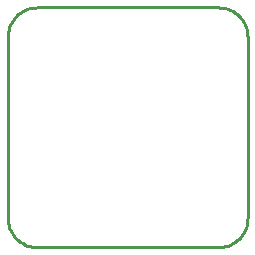
<source format=gbr>
G04 EAGLE Gerber RS-274X export*
G75*
%MOMM*%
%FSLAX34Y34*%
%LPD*%
%IN*%
%IPPOS*%
%AMOC8*
5,1,8,0,0,1.08239X$1,22.5*%
G01*
%ADD10C,0.254000*%


D10*
X-25400Y-22860D02*
X-25303Y-25074D01*
X-25014Y-27271D01*
X-24535Y-29434D01*
X-23868Y-31547D01*
X-23020Y-33595D01*
X-21997Y-35560D01*
X-20806Y-37429D01*
X-19458Y-39187D01*
X-17961Y-40821D01*
X-16327Y-42318D01*
X-14569Y-43666D01*
X-12700Y-44857D01*
X-10735Y-45880D01*
X-8687Y-46728D01*
X-6574Y-47395D01*
X-4411Y-47874D01*
X-2214Y-48163D01*
X0Y-48260D01*
X152400Y-48260D01*
X154614Y-48163D01*
X156811Y-47874D01*
X158974Y-47395D01*
X161087Y-46728D01*
X163135Y-45880D01*
X165100Y-44857D01*
X166969Y-43666D01*
X168727Y-42318D01*
X170361Y-40821D01*
X171858Y-39187D01*
X173206Y-37429D01*
X174397Y-35560D01*
X175420Y-33595D01*
X176268Y-31547D01*
X176935Y-29434D01*
X177414Y-27271D01*
X177703Y-25074D01*
X177800Y-22860D01*
X177800Y129540D01*
X177703Y131754D01*
X177414Y133951D01*
X176935Y136114D01*
X176268Y138227D01*
X175420Y140275D01*
X174397Y142240D01*
X173206Y144109D01*
X171858Y145867D01*
X170361Y147501D01*
X168727Y148998D01*
X166969Y150346D01*
X165100Y151537D01*
X163135Y152560D01*
X161087Y153408D01*
X158974Y154075D01*
X156811Y154554D01*
X154614Y154843D01*
X152400Y154940D01*
X0Y154940D01*
X-2214Y154843D01*
X-4411Y154554D01*
X-6574Y154075D01*
X-8687Y153408D01*
X-10735Y152560D01*
X-12700Y151537D01*
X-14569Y150346D01*
X-16327Y148998D01*
X-17961Y147501D01*
X-19458Y145867D01*
X-20806Y144109D01*
X-21997Y142240D01*
X-23020Y140275D01*
X-23868Y138227D01*
X-24535Y136114D01*
X-25014Y133951D01*
X-25303Y131754D01*
X-25400Y129540D01*
X-25400Y-22860D01*
M02*

</source>
